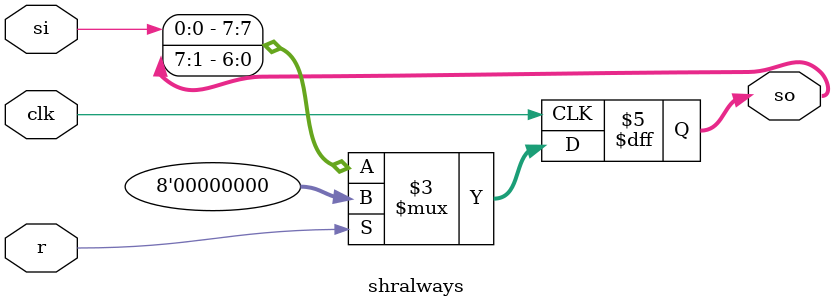
<source format=sv>
`timescale 1ns/1ns
module shralways(input si,clk,r,output logic [7:0]so);

always @(posedge clk ) begin
	if(r) so <= 8'd0;
	else so<={si,so[7:1]};
end

endmodule

</source>
